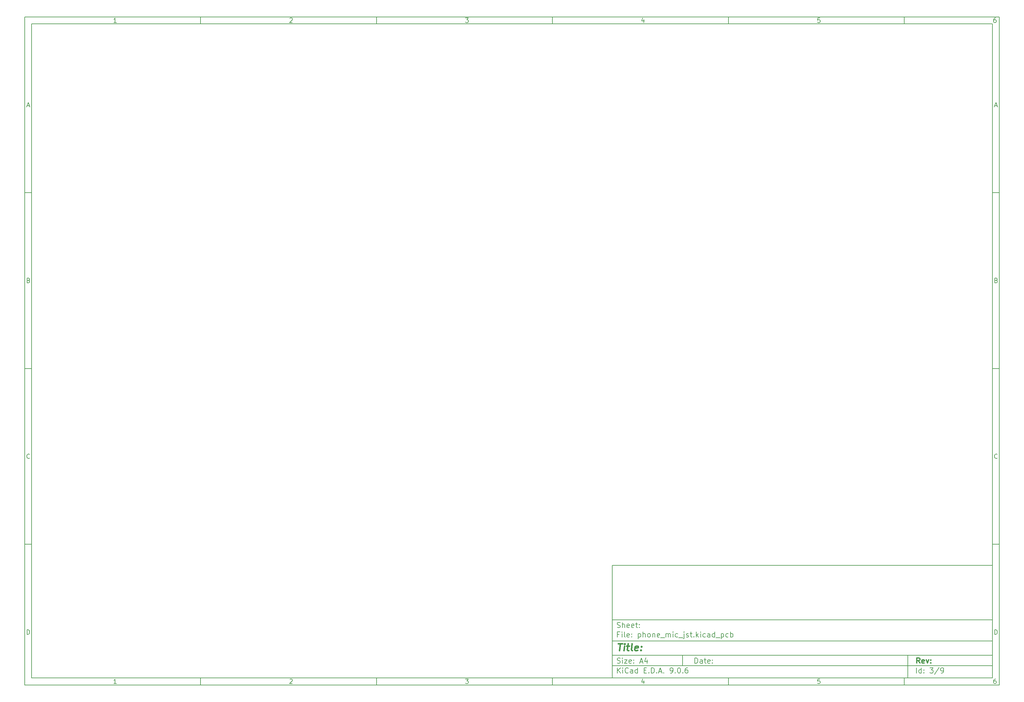
<source format=gtp>
%TF.GenerationSoftware,KiCad,Pcbnew,9.0.6-9.0.6~ubuntu24.04.1*%
%TF.CreationDate,2025-11-30T17:34:31+01:00*%
%TF.ProjectId,phone_mic_jst,70686f6e-655f-46d6-9963-5f6a73742e6b,rev?*%
%TF.SameCoordinates,Original*%
%TF.FileFunction,Paste,Top*%
%TF.FilePolarity,Positive*%
%FSLAX46Y46*%
G04 Gerber Fmt 4.6, Leading zero omitted, Abs format (unit mm)*
G04 Created by KiCad (PCBNEW 9.0.6-9.0.6~ubuntu24.04.1) date 2025-11-30 17:34:31*
%MOMM*%
%LPD*%
G01*
G04 APERTURE LIST*
%ADD10C,0.100000*%
%ADD11C,0.150000*%
%ADD12C,0.300000*%
%ADD13C,0.400000*%
G04 APERTURE END LIST*
D10*
D11*
X177002200Y-166007200D02*
X285002200Y-166007200D01*
X285002200Y-198007200D01*
X177002200Y-198007200D01*
X177002200Y-166007200D01*
D10*
D11*
X10000000Y-10000000D02*
X287002200Y-10000000D01*
X287002200Y-200007200D01*
X10000000Y-200007200D01*
X10000000Y-10000000D01*
D10*
D11*
X12000000Y-12000000D02*
X285002200Y-12000000D01*
X285002200Y-198007200D01*
X12000000Y-198007200D01*
X12000000Y-12000000D01*
D10*
D11*
X60000000Y-12000000D02*
X60000000Y-10000000D01*
D10*
D11*
X110000000Y-12000000D02*
X110000000Y-10000000D01*
D10*
D11*
X160000000Y-12000000D02*
X160000000Y-10000000D01*
D10*
D11*
X210000000Y-12000000D02*
X210000000Y-10000000D01*
D10*
D11*
X260000000Y-12000000D02*
X260000000Y-10000000D01*
D10*
D11*
X36089160Y-11593604D02*
X35346303Y-11593604D01*
X35717731Y-11593604D02*
X35717731Y-10293604D01*
X35717731Y-10293604D02*
X35593922Y-10479319D01*
X35593922Y-10479319D02*
X35470112Y-10603128D01*
X35470112Y-10603128D02*
X35346303Y-10665033D01*
D10*
D11*
X85346303Y-10417414D02*
X85408207Y-10355509D01*
X85408207Y-10355509D02*
X85532017Y-10293604D01*
X85532017Y-10293604D02*
X85841541Y-10293604D01*
X85841541Y-10293604D02*
X85965350Y-10355509D01*
X85965350Y-10355509D02*
X86027255Y-10417414D01*
X86027255Y-10417414D02*
X86089160Y-10541223D01*
X86089160Y-10541223D02*
X86089160Y-10665033D01*
X86089160Y-10665033D02*
X86027255Y-10850747D01*
X86027255Y-10850747D02*
X85284398Y-11593604D01*
X85284398Y-11593604D02*
X86089160Y-11593604D01*
D10*
D11*
X135284398Y-10293604D02*
X136089160Y-10293604D01*
X136089160Y-10293604D02*
X135655826Y-10788842D01*
X135655826Y-10788842D02*
X135841541Y-10788842D01*
X135841541Y-10788842D02*
X135965350Y-10850747D01*
X135965350Y-10850747D02*
X136027255Y-10912652D01*
X136027255Y-10912652D02*
X136089160Y-11036461D01*
X136089160Y-11036461D02*
X136089160Y-11345985D01*
X136089160Y-11345985D02*
X136027255Y-11469795D01*
X136027255Y-11469795D02*
X135965350Y-11531700D01*
X135965350Y-11531700D02*
X135841541Y-11593604D01*
X135841541Y-11593604D02*
X135470112Y-11593604D01*
X135470112Y-11593604D02*
X135346303Y-11531700D01*
X135346303Y-11531700D02*
X135284398Y-11469795D01*
D10*
D11*
X185965350Y-10726938D02*
X185965350Y-11593604D01*
X185655826Y-10231700D02*
X185346303Y-11160271D01*
X185346303Y-11160271D02*
X186151064Y-11160271D01*
D10*
D11*
X236027255Y-10293604D02*
X235408207Y-10293604D01*
X235408207Y-10293604D02*
X235346303Y-10912652D01*
X235346303Y-10912652D02*
X235408207Y-10850747D01*
X235408207Y-10850747D02*
X235532017Y-10788842D01*
X235532017Y-10788842D02*
X235841541Y-10788842D01*
X235841541Y-10788842D02*
X235965350Y-10850747D01*
X235965350Y-10850747D02*
X236027255Y-10912652D01*
X236027255Y-10912652D02*
X236089160Y-11036461D01*
X236089160Y-11036461D02*
X236089160Y-11345985D01*
X236089160Y-11345985D02*
X236027255Y-11469795D01*
X236027255Y-11469795D02*
X235965350Y-11531700D01*
X235965350Y-11531700D02*
X235841541Y-11593604D01*
X235841541Y-11593604D02*
X235532017Y-11593604D01*
X235532017Y-11593604D02*
X235408207Y-11531700D01*
X235408207Y-11531700D02*
X235346303Y-11469795D01*
D10*
D11*
X285965350Y-10293604D02*
X285717731Y-10293604D01*
X285717731Y-10293604D02*
X285593922Y-10355509D01*
X285593922Y-10355509D02*
X285532017Y-10417414D01*
X285532017Y-10417414D02*
X285408207Y-10603128D01*
X285408207Y-10603128D02*
X285346303Y-10850747D01*
X285346303Y-10850747D02*
X285346303Y-11345985D01*
X285346303Y-11345985D02*
X285408207Y-11469795D01*
X285408207Y-11469795D02*
X285470112Y-11531700D01*
X285470112Y-11531700D02*
X285593922Y-11593604D01*
X285593922Y-11593604D02*
X285841541Y-11593604D01*
X285841541Y-11593604D02*
X285965350Y-11531700D01*
X285965350Y-11531700D02*
X286027255Y-11469795D01*
X286027255Y-11469795D02*
X286089160Y-11345985D01*
X286089160Y-11345985D02*
X286089160Y-11036461D01*
X286089160Y-11036461D02*
X286027255Y-10912652D01*
X286027255Y-10912652D02*
X285965350Y-10850747D01*
X285965350Y-10850747D02*
X285841541Y-10788842D01*
X285841541Y-10788842D02*
X285593922Y-10788842D01*
X285593922Y-10788842D02*
X285470112Y-10850747D01*
X285470112Y-10850747D02*
X285408207Y-10912652D01*
X285408207Y-10912652D02*
X285346303Y-11036461D01*
D10*
D11*
X60000000Y-198007200D02*
X60000000Y-200007200D01*
D10*
D11*
X110000000Y-198007200D02*
X110000000Y-200007200D01*
D10*
D11*
X160000000Y-198007200D02*
X160000000Y-200007200D01*
D10*
D11*
X210000000Y-198007200D02*
X210000000Y-200007200D01*
D10*
D11*
X260000000Y-198007200D02*
X260000000Y-200007200D01*
D10*
D11*
X36089160Y-199600804D02*
X35346303Y-199600804D01*
X35717731Y-199600804D02*
X35717731Y-198300804D01*
X35717731Y-198300804D02*
X35593922Y-198486519D01*
X35593922Y-198486519D02*
X35470112Y-198610328D01*
X35470112Y-198610328D02*
X35346303Y-198672233D01*
D10*
D11*
X85346303Y-198424614D02*
X85408207Y-198362709D01*
X85408207Y-198362709D02*
X85532017Y-198300804D01*
X85532017Y-198300804D02*
X85841541Y-198300804D01*
X85841541Y-198300804D02*
X85965350Y-198362709D01*
X85965350Y-198362709D02*
X86027255Y-198424614D01*
X86027255Y-198424614D02*
X86089160Y-198548423D01*
X86089160Y-198548423D02*
X86089160Y-198672233D01*
X86089160Y-198672233D02*
X86027255Y-198857947D01*
X86027255Y-198857947D02*
X85284398Y-199600804D01*
X85284398Y-199600804D02*
X86089160Y-199600804D01*
D10*
D11*
X135284398Y-198300804D02*
X136089160Y-198300804D01*
X136089160Y-198300804D02*
X135655826Y-198796042D01*
X135655826Y-198796042D02*
X135841541Y-198796042D01*
X135841541Y-198796042D02*
X135965350Y-198857947D01*
X135965350Y-198857947D02*
X136027255Y-198919852D01*
X136027255Y-198919852D02*
X136089160Y-199043661D01*
X136089160Y-199043661D02*
X136089160Y-199353185D01*
X136089160Y-199353185D02*
X136027255Y-199476995D01*
X136027255Y-199476995D02*
X135965350Y-199538900D01*
X135965350Y-199538900D02*
X135841541Y-199600804D01*
X135841541Y-199600804D02*
X135470112Y-199600804D01*
X135470112Y-199600804D02*
X135346303Y-199538900D01*
X135346303Y-199538900D02*
X135284398Y-199476995D01*
D10*
D11*
X185965350Y-198734138D02*
X185965350Y-199600804D01*
X185655826Y-198238900D02*
X185346303Y-199167471D01*
X185346303Y-199167471D02*
X186151064Y-199167471D01*
D10*
D11*
X236027255Y-198300804D02*
X235408207Y-198300804D01*
X235408207Y-198300804D02*
X235346303Y-198919852D01*
X235346303Y-198919852D02*
X235408207Y-198857947D01*
X235408207Y-198857947D02*
X235532017Y-198796042D01*
X235532017Y-198796042D02*
X235841541Y-198796042D01*
X235841541Y-198796042D02*
X235965350Y-198857947D01*
X235965350Y-198857947D02*
X236027255Y-198919852D01*
X236027255Y-198919852D02*
X236089160Y-199043661D01*
X236089160Y-199043661D02*
X236089160Y-199353185D01*
X236089160Y-199353185D02*
X236027255Y-199476995D01*
X236027255Y-199476995D02*
X235965350Y-199538900D01*
X235965350Y-199538900D02*
X235841541Y-199600804D01*
X235841541Y-199600804D02*
X235532017Y-199600804D01*
X235532017Y-199600804D02*
X235408207Y-199538900D01*
X235408207Y-199538900D02*
X235346303Y-199476995D01*
D10*
D11*
X285965350Y-198300804D02*
X285717731Y-198300804D01*
X285717731Y-198300804D02*
X285593922Y-198362709D01*
X285593922Y-198362709D02*
X285532017Y-198424614D01*
X285532017Y-198424614D02*
X285408207Y-198610328D01*
X285408207Y-198610328D02*
X285346303Y-198857947D01*
X285346303Y-198857947D02*
X285346303Y-199353185D01*
X285346303Y-199353185D02*
X285408207Y-199476995D01*
X285408207Y-199476995D02*
X285470112Y-199538900D01*
X285470112Y-199538900D02*
X285593922Y-199600804D01*
X285593922Y-199600804D02*
X285841541Y-199600804D01*
X285841541Y-199600804D02*
X285965350Y-199538900D01*
X285965350Y-199538900D02*
X286027255Y-199476995D01*
X286027255Y-199476995D02*
X286089160Y-199353185D01*
X286089160Y-199353185D02*
X286089160Y-199043661D01*
X286089160Y-199043661D02*
X286027255Y-198919852D01*
X286027255Y-198919852D02*
X285965350Y-198857947D01*
X285965350Y-198857947D02*
X285841541Y-198796042D01*
X285841541Y-198796042D02*
X285593922Y-198796042D01*
X285593922Y-198796042D02*
X285470112Y-198857947D01*
X285470112Y-198857947D02*
X285408207Y-198919852D01*
X285408207Y-198919852D02*
X285346303Y-199043661D01*
D10*
D11*
X10000000Y-60000000D02*
X12000000Y-60000000D01*
D10*
D11*
X10000000Y-110000000D02*
X12000000Y-110000000D01*
D10*
D11*
X10000000Y-160000000D02*
X12000000Y-160000000D01*
D10*
D11*
X10690476Y-35222176D02*
X11309523Y-35222176D01*
X10566666Y-35593604D02*
X10999999Y-34293604D01*
X10999999Y-34293604D02*
X11433333Y-35593604D01*
D10*
D11*
X11092857Y-84912652D02*
X11278571Y-84974557D01*
X11278571Y-84974557D02*
X11340476Y-85036461D01*
X11340476Y-85036461D02*
X11402380Y-85160271D01*
X11402380Y-85160271D02*
X11402380Y-85345985D01*
X11402380Y-85345985D02*
X11340476Y-85469795D01*
X11340476Y-85469795D02*
X11278571Y-85531700D01*
X11278571Y-85531700D02*
X11154761Y-85593604D01*
X11154761Y-85593604D02*
X10659523Y-85593604D01*
X10659523Y-85593604D02*
X10659523Y-84293604D01*
X10659523Y-84293604D02*
X11092857Y-84293604D01*
X11092857Y-84293604D02*
X11216666Y-84355509D01*
X11216666Y-84355509D02*
X11278571Y-84417414D01*
X11278571Y-84417414D02*
X11340476Y-84541223D01*
X11340476Y-84541223D02*
X11340476Y-84665033D01*
X11340476Y-84665033D02*
X11278571Y-84788842D01*
X11278571Y-84788842D02*
X11216666Y-84850747D01*
X11216666Y-84850747D02*
X11092857Y-84912652D01*
X11092857Y-84912652D02*
X10659523Y-84912652D01*
D10*
D11*
X11402380Y-135469795D02*
X11340476Y-135531700D01*
X11340476Y-135531700D02*
X11154761Y-135593604D01*
X11154761Y-135593604D02*
X11030952Y-135593604D01*
X11030952Y-135593604D02*
X10845238Y-135531700D01*
X10845238Y-135531700D02*
X10721428Y-135407890D01*
X10721428Y-135407890D02*
X10659523Y-135284080D01*
X10659523Y-135284080D02*
X10597619Y-135036461D01*
X10597619Y-135036461D02*
X10597619Y-134850747D01*
X10597619Y-134850747D02*
X10659523Y-134603128D01*
X10659523Y-134603128D02*
X10721428Y-134479319D01*
X10721428Y-134479319D02*
X10845238Y-134355509D01*
X10845238Y-134355509D02*
X11030952Y-134293604D01*
X11030952Y-134293604D02*
X11154761Y-134293604D01*
X11154761Y-134293604D02*
X11340476Y-134355509D01*
X11340476Y-134355509D02*
X11402380Y-134417414D01*
D10*
D11*
X10659523Y-185593604D02*
X10659523Y-184293604D01*
X10659523Y-184293604D02*
X10969047Y-184293604D01*
X10969047Y-184293604D02*
X11154761Y-184355509D01*
X11154761Y-184355509D02*
X11278571Y-184479319D01*
X11278571Y-184479319D02*
X11340476Y-184603128D01*
X11340476Y-184603128D02*
X11402380Y-184850747D01*
X11402380Y-184850747D02*
X11402380Y-185036461D01*
X11402380Y-185036461D02*
X11340476Y-185284080D01*
X11340476Y-185284080D02*
X11278571Y-185407890D01*
X11278571Y-185407890D02*
X11154761Y-185531700D01*
X11154761Y-185531700D02*
X10969047Y-185593604D01*
X10969047Y-185593604D02*
X10659523Y-185593604D01*
D10*
D11*
X287002200Y-60000000D02*
X285002200Y-60000000D01*
D10*
D11*
X287002200Y-110000000D02*
X285002200Y-110000000D01*
D10*
D11*
X287002200Y-160000000D02*
X285002200Y-160000000D01*
D10*
D11*
X285692676Y-35222176D02*
X286311723Y-35222176D01*
X285568866Y-35593604D02*
X286002199Y-34293604D01*
X286002199Y-34293604D02*
X286435533Y-35593604D01*
D10*
D11*
X286095057Y-84912652D02*
X286280771Y-84974557D01*
X286280771Y-84974557D02*
X286342676Y-85036461D01*
X286342676Y-85036461D02*
X286404580Y-85160271D01*
X286404580Y-85160271D02*
X286404580Y-85345985D01*
X286404580Y-85345985D02*
X286342676Y-85469795D01*
X286342676Y-85469795D02*
X286280771Y-85531700D01*
X286280771Y-85531700D02*
X286156961Y-85593604D01*
X286156961Y-85593604D02*
X285661723Y-85593604D01*
X285661723Y-85593604D02*
X285661723Y-84293604D01*
X285661723Y-84293604D02*
X286095057Y-84293604D01*
X286095057Y-84293604D02*
X286218866Y-84355509D01*
X286218866Y-84355509D02*
X286280771Y-84417414D01*
X286280771Y-84417414D02*
X286342676Y-84541223D01*
X286342676Y-84541223D02*
X286342676Y-84665033D01*
X286342676Y-84665033D02*
X286280771Y-84788842D01*
X286280771Y-84788842D02*
X286218866Y-84850747D01*
X286218866Y-84850747D02*
X286095057Y-84912652D01*
X286095057Y-84912652D02*
X285661723Y-84912652D01*
D10*
D11*
X286404580Y-135469795D02*
X286342676Y-135531700D01*
X286342676Y-135531700D02*
X286156961Y-135593604D01*
X286156961Y-135593604D02*
X286033152Y-135593604D01*
X286033152Y-135593604D02*
X285847438Y-135531700D01*
X285847438Y-135531700D02*
X285723628Y-135407890D01*
X285723628Y-135407890D02*
X285661723Y-135284080D01*
X285661723Y-135284080D02*
X285599819Y-135036461D01*
X285599819Y-135036461D02*
X285599819Y-134850747D01*
X285599819Y-134850747D02*
X285661723Y-134603128D01*
X285661723Y-134603128D02*
X285723628Y-134479319D01*
X285723628Y-134479319D02*
X285847438Y-134355509D01*
X285847438Y-134355509D02*
X286033152Y-134293604D01*
X286033152Y-134293604D02*
X286156961Y-134293604D01*
X286156961Y-134293604D02*
X286342676Y-134355509D01*
X286342676Y-134355509D02*
X286404580Y-134417414D01*
D10*
D11*
X285661723Y-185593604D02*
X285661723Y-184293604D01*
X285661723Y-184293604D02*
X285971247Y-184293604D01*
X285971247Y-184293604D02*
X286156961Y-184355509D01*
X286156961Y-184355509D02*
X286280771Y-184479319D01*
X286280771Y-184479319D02*
X286342676Y-184603128D01*
X286342676Y-184603128D02*
X286404580Y-184850747D01*
X286404580Y-184850747D02*
X286404580Y-185036461D01*
X286404580Y-185036461D02*
X286342676Y-185284080D01*
X286342676Y-185284080D02*
X286280771Y-185407890D01*
X286280771Y-185407890D02*
X286156961Y-185531700D01*
X286156961Y-185531700D02*
X285971247Y-185593604D01*
X285971247Y-185593604D02*
X285661723Y-185593604D01*
D10*
D11*
X200458026Y-193793328D02*
X200458026Y-192293328D01*
X200458026Y-192293328D02*
X200815169Y-192293328D01*
X200815169Y-192293328D02*
X201029455Y-192364757D01*
X201029455Y-192364757D02*
X201172312Y-192507614D01*
X201172312Y-192507614D02*
X201243741Y-192650471D01*
X201243741Y-192650471D02*
X201315169Y-192936185D01*
X201315169Y-192936185D02*
X201315169Y-193150471D01*
X201315169Y-193150471D02*
X201243741Y-193436185D01*
X201243741Y-193436185D02*
X201172312Y-193579042D01*
X201172312Y-193579042D02*
X201029455Y-193721900D01*
X201029455Y-193721900D02*
X200815169Y-193793328D01*
X200815169Y-193793328D02*
X200458026Y-193793328D01*
X202600884Y-193793328D02*
X202600884Y-193007614D01*
X202600884Y-193007614D02*
X202529455Y-192864757D01*
X202529455Y-192864757D02*
X202386598Y-192793328D01*
X202386598Y-192793328D02*
X202100884Y-192793328D01*
X202100884Y-192793328D02*
X201958026Y-192864757D01*
X202600884Y-193721900D02*
X202458026Y-193793328D01*
X202458026Y-193793328D02*
X202100884Y-193793328D01*
X202100884Y-193793328D02*
X201958026Y-193721900D01*
X201958026Y-193721900D02*
X201886598Y-193579042D01*
X201886598Y-193579042D02*
X201886598Y-193436185D01*
X201886598Y-193436185D02*
X201958026Y-193293328D01*
X201958026Y-193293328D02*
X202100884Y-193221900D01*
X202100884Y-193221900D02*
X202458026Y-193221900D01*
X202458026Y-193221900D02*
X202600884Y-193150471D01*
X203100884Y-192793328D02*
X203672312Y-192793328D01*
X203315169Y-192293328D02*
X203315169Y-193579042D01*
X203315169Y-193579042D02*
X203386598Y-193721900D01*
X203386598Y-193721900D02*
X203529455Y-193793328D01*
X203529455Y-193793328D02*
X203672312Y-193793328D01*
X204743741Y-193721900D02*
X204600884Y-193793328D01*
X204600884Y-193793328D02*
X204315170Y-193793328D01*
X204315170Y-193793328D02*
X204172312Y-193721900D01*
X204172312Y-193721900D02*
X204100884Y-193579042D01*
X204100884Y-193579042D02*
X204100884Y-193007614D01*
X204100884Y-193007614D02*
X204172312Y-192864757D01*
X204172312Y-192864757D02*
X204315170Y-192793328D01*
X204315170Y-192793328D02*
X204600884Y-192793328D01*
X204600884Y-192793328D02*
X204743741Y-192864757D01*
X204743741Y-192864757D02*
X204815170Y-193007614D01*
X204815170Y-193007614D02*
X204815170Y-193150471D01*
X204815170Y-193150471D02*
X204100884Y-193293328D01*
X205458026Y-193650471D02*
X205529455Y-193721900D01*
X205529455Y-193721900D02*
X205458026Y-193793328D01*
X205458026Y-193793328D02*
X205386598Y-193721900D01*
X205386598Y-193721900D02*
X205458026Y-193650471D01*
X205458026Y-193650471D02*
X205458026Y-193793328D01*
X205458026Y-192864757D02*
X205529455Y-192936185D01*
X205529455Y-192936185D02*
X205458026Y-193007614D01*
X205458026Y-193007614D02*
X205386598Y-192936185D01*
X205386598Y-192936185D02*
X205458026Y-192864757D01*
X205458026Y-192864757D02*
X205458026Y-193007614D01*
D10*
D11*
X177002200Y-194507200D02*
X285002200Y-194507200D01*
D10*
D11*
X178458026Y-196593328D02*
X178458026Y-195093328D01*
X179315169Y-196593328D02*
X178672312Y-195736185D01*
X179315169Y-195093328D02*
X178458026Y-195950471D01*
X179958026Y-196593328D02*
X179958026Y-195593328D01*
X179958026Y-195093328D02*
X179886598Y-195164757D01*
X179886598Y-195164757D02*
X179958026Y-195236185D01*
X179958026Y-195236185D02*
X180029455Y-195164757D01*
X180029455Y-195164757D02*
X179958026Y-195093328D01*
X179958026Y-195093328D02*
X179958026Y-195236185D01*
X181529455Y-196450471D02*
X181458027Y-196521900D01*
X181458027Y-196521900D02*
X181243741Y-196593328D01*
X181243741Y-196593328D02*
X181100884Y-196593328D01*
X181100884Y-196593328D02*
X180886598Y-196521900D01*
X180886598Y-196521900D02*
X180743741Y-196379042D01*
X180743741Y-196379042D02*
X180672312Y-196236185D01*
X180672312Y-196236185D02*
X180600884Y-195950471D01*
X180600884Y-195950471D02*
X180600884Y-195736185D01*
X180600884Y-195736185D02*
X180672312Y-195450471D01*
X180672312Y-195450471D02*
X180743741Y-195307614D01*
X180743741Y-195307614D02*
X180886598Y-195164757D01*
X180886598Y-195164757D02*
X181100884Y-195093328D01*
X181100884Y-195093328D02*
X181243741Y-195093328D01*
X181243741Y-195093328D02*
X181458027Y-195164757D01*
X181458027Y-195164757D02*
X181529455Y-195236185D01*
X182815170Y-196593328D02*
X182815170Y-195807614D01*
X182815170Y-195807614D02*
X182743741Y-195664757D01*
X182743741Y-195664757D02*
X182600884Y-195593328D01*
X182600884Y-195593328D02*
X182315170Y-195593328D01*
X182315170Y-195593328D02*
X182172312Y-195664757D01*
X182815170Y-196521900D02*
X182672312Y-196593328D01*
X182672312Y-196593328D02*
X182315170Y-196593328D01*
X182315170Y-196593328D02*
X182172312Y-196521900D01*
X182172312Y-196521900D02*
X182100884Y-196379042D01*
X182100884Y-196379042D02*
X182100884Y-196236185D01*
X182100884Y-196236185D02*
X182172312Y-196093328D01*
X182172312Y-196093328D02*
X182315170Y-196021900D01*
X182315170Y-196021900D02*
X182672312Y-196021900D01*
X182672312Y-196021900D02*
X182815170Y-195950471D01*
X184172313Y-196593328D02*
X184172313Y-195093328D01*
X184172313Y-196521900D02*
X184029455Y-196593328D01*
X184029455Y-196593328D02*
X183743741Y-196593328D01*
X183743741Y-196593328D02*
X183600884Y-196521900D01*
X183600884Y-196521900D02*
X183529455Y-196450471D01*
X183529455Y-196450471D02*
X183458027Y-196307614D01*
X183458027Y-196307614D02*
X183458027Y-195879042D01*
X183458027Y-195879042D02*
X183529455Y-195736185D01*
X183529455Y-195736185D02*
X183600884Y-195664757D01*
X183600884Y-195664757D02*
X183743741Y-195593328D01*
X183743741Y-195593328D02*
X184029455Y-195593328D01*
X184029455Y-195593328D02*
X184172313Y-195664757D01*
X186029455Y-195807614D02*
X186529455Y-195807614D01*
X186743741Y-196593328D02*
X186029455Y-196593328D01*
X186029455Y-196593328D02*
X186029455Y-195093328D01*
X186029455Y-195093328D02*
X186743741Y-195093328D01*
X187386598Y-196450471D02*
X187458027Y-196521900D01*
X187458027Y-196521900D02*
X187386598Y-196593328D01*
X187386598Y-196593328D02*
X187315170Y-196521900D01*
X187315170Y-196521900D02*
X187386598Y-196450471D01*
X187386598Y-196450471D02*
X187386598Y-196593328D01*
X188100884Y-196593328D02*
X188100884Y-195093328D01*
X188100884Y-195093328D02*
X188458027Y-195093328D01*
X188458027Y-195093328D02*
X188672313Y-195164757D01*
X188672313Y-195164757D02*
X188815170Y-195307614D01*
X188815170Y-195307614D02*
X188886599Y-195450471D01*
X188886599Y-195450471D02*
X188958027Y-195736185D01*
X188958027Y-195736185D02*
X188958027Y-195950471D01*
X188958027Y-195950471D02*
X188886599Y-196236185D01*
X188886599Y-196236185D02*
X188815170Y-196379042D01*
X188815170Y-196379042D02*
X188672313Y-196521900D01*
X188672313Y-196521900D02*
X188458027Y-196593328D01*
X188458027Y-196593328D02*
X188100884Y-196593328D01*
X189600884Y-196450471D02*
X189672313Y-196521900D01*
X189672313Y-196521900D02*
X189600884Y-196593328D01*
X189600884Y-196593328D02*
X189529456Y-196521900D01*
X189529456Y-196521900D02*
X189600884Y-196450471D01*
X189600884Y-196450471D02*
X189600884Y-196593328D01*
X190243742Y-196164757D02*
X190958028Y-196164757D01*
X190100885Y-196593328D02*
X190600885Y-195093328D01*
X190600885Y-195093328D02*
X191100885Y-196593328D01*
X191600884Y-196450471D02*
X191672313Y-196521900D01*
X191672313Y-196521900D02*
X191600884Y-196593328D01*
X191600884Y-196593328D02*
X191529456Y-196521900D01*
X191529456Y-196521900D02*
X191600884Y-196450471D01*
X191600884Y-196450471D02*
X191600884Y-196593328D01*
X193529456Y-196593328D02*
X193815170Y-196593328D01*
X193815170Y-196593328D02*
X193958027Y-196521900D01*
X193958027Y-196521900D02*
X194029456Y-196450471D01*
X194029456Y-196450471D02*
X194172313Y-196236185D01*
X194172313Y-196236185D02*
X194243742Y-195950471D01*
X194243742Y-195950471D02*
X194243742Y-195379042D01*
X194243742Y-195379042D02*
X194172313Y-195236185D01*
X194172313Y-195236185D02*
X194100885Y-195164757D01*
X194100885Y-195164757D02*
X193958027Y-195093328D01*
X193958027Y-195093328D02*
X193672313Y-195093328D01*
X193672313Y-195093328D02*
X193529456Y-195164757D01*
X193529456Y-195164757D02*
X193458027Y-195236185D01*
X193458027Y-195236185D02*
X193386599Y-195379042D01*
X193386599Y-195379042D02*
X193386599Y-195736185D01*
X193386599Y-195736185D02*
X193458027Y-195879042D01*
X193458027Y-195879042D02*
X193529456Y-195950471D01*
X193529456Y-195950471D02*
X193672313Y-196021900D01*
X193672313Y-196021900D02*
X193958027Y-196021900D01*
X193958027Y-196021900D02*
X194100885Y-195950471D01*
X194100885Y-195950471D02*
X194172313Y-195879042D01*
X194172313Y-195879042D02*
X194243742Y-195736185D01*
X194886598Y-196450471D02*
X194958027Y-196521900D01*
X194958027Y-196521900D02*
X194886598Y-196593328D01*
X194886598Y-196593328D02*
X194815170Y-196521900D01*
X194815170Y-196521900D02*
X194886598Y-196450471D01*
X194886598Y-196450471D02*
X194886598Y-196593328D01*
X195886599Y-195093328D02*
X196029456Y-195093328D01*
X196029456Y-195093328D02*
X196172313Y-195164757D01*
X196172313Y-195164757D02*
X196243742Y-195236185D01*
X196243742Y-195236185D02*
X196315170Y-195379042D01*
X196315170Y-195379042D02*
X196386599Y-195664757D01*
X196386599Y-195664757D02*
X196386599Y-196021900D01*
X196386599Y-196021900D02*
X196315170Y-196307614D01*
X196315170Y-196307614D02*
X196243742Y-196450471D01*
X196243742Y-196450471D02*
X196172313Y-196521900D01*
X196172313Y-196521900D02*
X196029456Y-196593328D01*
X196029456Y-196593328D02*
X195886599Y-196593328D01*
X195886599Y-196593328D02*
X195743742Y-196521900D01*
X195743742Y-196521900D02*
X195672313Y-196450471D01*
X195672313Y-196450471D02*
X195600884Y-196307614D01*
X195600884Y-196307614D02*
X195529456Y-196021900D01*
X195529456Y-196021900D02*
X195529456Y-195664757D01*
X195529456Y-195664757D02*
X195600884Y-195379042D01*
X195600884Y-195379042D02*
X195672313Y-195236185D01*
X195672313Y-195236185D02*
X195743742Y-195164757D01*
X195743742Y-195164757D02*
X195886599Y-195093328D01*
X197029455Y-196450471D02*
X197100884Y-196521900D01*
X197100884Y-196521900D02*
X197029455Y-196593328D01*
X197029455Y-196593328D02*
X196958027Y-196521900D01*
X196958027Y-196521900D02*
X197029455Y-196450471D01*
X197029455Y-196450471D02*
X197029455Y-196593328D01*
X198386599Y-195093328D02*
X198100884Y-195093328D01*
X198100884Y-195093328D02*
X197958027Y-195164757D01*
X197958027Y-195164757D02*
X197886599Y-195236185D01*
X197886599Y-195236185D02*
X197743741Y-195450471D01*
X197743741Y-195450471D02*
X197672313Y-195736185D01*
X197672313Y-195736185D02*
X197672313Y-196307614D01*
X197672313Y-196307614D02*
X197743741Y-196450471D01*
X197743741Y-196450471D02*
X197815170Y-196521900D01*
X197815170Y-196521900D02*
X197958027Y-196593328D01*
X197958027Y-196593328D02*
X198243741Y-196593328D01*
X198243741Y-196593328D02*
X198386599Y-196521900D01*
X198386599Y-196521900D02*
X198458027Y-196450471D01*
X198458027Y-196450471D02*
X198529456Y-196307614D01*
X198529456Y-196307614D02*
X198529456Y-195950471D01*
X198529456Y-195950471D02*
X198458027Y-195807614D01*
X198458027Y-195807614D02*
X198386599Y-195736185D01*
X198386599Y-195736185D02*
X198243741Y-195664757D01*
X198243741Y-195664757D02*
X197958027Y-195664757D01*
X197958027Y-195664757D02*
X197815170Y-195736185D01*
X197815170Y-195736185D02*
X197743741Y-195807614D01*
X197743741Y-195807614D02*
X197672313Y-195950471D01*
D10*
D11*
X177002200Y-191507200D02*
X285002200Y-191507200D01*
D10*
D12*
X264413853Y-193785528D02*
X263913853Y-193071242D01*
X263556710Y-193785528D02*
X263556710Y-192285528D01*
X263556710Y-192285528D02*
X264128139Y-192285528D01*
X264128139Y-192285528D02*
X264270996Y-192356957D01*
X264270996Y-192356957D02*
X264342425Y-192428385D01*
X264342425Y-192428385D02*
X264413853Y-192571242D01*
X264413853Y-192571242D02*
X264413853Y-192785528D01*
X264413853Y-192785528D02*
X264342425Y-192928385D01*
X264342425Y-192928385D02*
X264270996Y-192999814D01*
X264270996Y-192999814D02*
X264128139Y-193071242D01*
X264128139Y-193071242D02*
X263556710Y-193071242D01*
X265628139Y-193714100D02*
X265485282Y-193785528D01*
X265485282Y-193785528D02*
X265199568Y-193785528D01*
X265199568Y-193785528D02*
X265056710Y-193714100D01*
X265056710Y-193714100D02*
X264985282Y-193571242D01*
X264985282Y-193571242D02*
X264985282Y-192999814D01*
X264985282Y-192999814D02*
X265056710Y-192856957D01*
X265056710Y-192856957D02*
X265199568Y-192785528D01*
X265199568Y-192785528D02*
X265485282Y-192785528D01*
X265485282Y-192785528D02*
X265628139Y-192856957D01*
X265628139Y-192856957D02*
X265699568Y-192999814D01*
X265699568Y-192999814D02*
X265699568Y-193142671D01*
X265699568Y-193142671D02*
X264985282Y-193285528D01*
X266199567Y-192785528D02*
X266556710Y-193785528D01*
X266556710Y-193785528D02*
X266913853Y-192785528D01*
X267485281Y-193642671D02*
X267556710Y-193714100D01*
X267556710Y-193714100D02*
X267485281Y-193785528D01*
X267485281Y-193785528D02*
X267413853Y-193714100D01*
X267413853Y-193714100D02*
X267485281Y-193642671D01*
X267485281Y-193642671D02*
X267485281Y-193785528D01*
X267485281Y-192856957D02*
X267556710Y-192928385D01*
X267556710Y-192928385D02*
X267485281Y-192999814D01*
X267485281Y-192999814D02*
X267413853Y-192928385D01*
X267413853Y-192928385D02*
X267485281Y-192856957D01*
X267485281Y-192856957D02*
X267485281Y-192999814D01*
D10*
D11*
X178386598Y-193721900D02*
X178600884Y-193793328D01*
X178600884Y-193793328D02*
X178958026Y-193793328D01*
X178958026Y-193793328D02*
X179100884Y-193721900D01*
X179100884Y-193721900D02*
X179172312Y-193650471D01*
X179172312Y-193650471D02*
X179243741Y-193507614D01*
X179243741Y-193507614D02*
X179243741Y-193364757D01*
X179243741Y-193364757D02*
X179172312Y-193221900D01*
X179172312Y-193221900D02*
X179100884Y-193150471D01*
X179100884Y-193150471D02*
X178958026Y-193079042D01*
X178958026Y-193079042D02*
X178672312Y-193007614D01*
X178672312Y-193007614D02*
X178529455Y-192936185D01*
X178529455Y-192936185D02*
X178458026Y-192864757D01*
X178458026Y-192864757D02*
X178386598Y-192721900D01*
X178386598Y-192721900D02*
X178386598Y-192579042D01*
X178386598Y-192579042D02*
X178458026Y-192436185D01*
X178458026Y-192436185D02*
X178529455Y-192364757D01*
X178529455Y-192364757D02*
X178672312Y-192293328D01*
X178672312Y-192293328D02*
X179029455Y-192293328D01*
X179029455Y-192293328D02*
X179243741Y-192364757D01*
X179886597Y-193793328D02*
X179886597Y-192793328D01*
X179886597Y-192293328D02*
X179815169Y-192364757D01*
X179815169Y-192364757D02*
X179886597Y-192436185D01*
X179886597Y-192436185D02*
X179958026Y-192364757D01*
X179958026Y-192364757D02*
X179886597Y-192293328D01*
X179886597Y-192293328D02*
X179886597Y-192436185D01*
X180458026Y-192793328D02*
X181243741Y-192793328D01*
X181243741Y-192793328D02*
X180458026Y-193793328D01*
X180458026Y-193793328D02*
X181243741Y-193793328D01*
X182386598Y-193721900D02*
X182243741Y-193793328D01*
X182243741Y-193793328D02*
X181958027Y-193793328D01*
X181958027Y-193793328D02*
X181815169Y-193721900D01*
X181815169Y-193721900D02*
X181743741Y-193579042D01*
X181743741Y-193579042D02*
X181743741Y-193007614D01*
X181743741Y-193007614D02*
X181815169Y-192864757D01*
X181815169Y-192864757D02*
X181958027Y-192793328D01*
X181958027Y-192793328D02*
X182243741Y-192793328D01*
X182243741Y-192793328D02*
X182386598Y-192864757D01*
X182386598Y-192864757D02*
X182458027Y-193007614D01*
X182458027Y-193007614D02*
X182458027Y-193150471D01*
X182458027Y-193150471D02*
X181743741Y-193293328D01*
X183100883Y-193650471D02*
X183172312Y-193721900D01*
X183172312Y-193721900D02*
X183100883Y-193793328D01*
X183100883Y-193793328D02*
X183029455Y-193721900D01*
X183029455Y-193721900D02*
X183100883Y-193650471D01*
X183100883Y-193650471D02*
X183100883Y-193793328D01*
X183100883Y-192864757D02*
X183172312Y-192936185D01*
X183172312Y-192936185D02*
X183100883Y-193007614D01*
X183100883Y-193007614D02*
X183029455Y-192936185D01*
X183029455Y-192936185D02*
X183100883Y-192864757D01*
X183100883Y-192864757D02*
X183100883Y-193007614D01*
X184886598Y-193364757D02*
X185600884Y-193364757D01*
X184743741Y-193793328D02*
X185243741Y-192293328D01*
X185243741Y-192293328D02*
X185743741Y-193793328D01*
X186886598Y-192793328D02*
X186886598Y-193793328D01*
X186529455Y-192221900D02*
X186172312Y-193293328D01*
X186172312Y-193293328D02*
X187100883Y-193293328D01*
D10*
D11*
X263458026Y-196593328D02*
X263458026Y-195093328D01*
X264815170Y-196593328D02*
X264815170Y-195093328D01*
X264815170Y-196521900D02*
X264672312Y-196593328D01*
X264672312Y-196593328D02*
X264386598Y-196593328D01*
X264386598Y-196593328D02*
X264243741Y-196521900D01*
X264243741Y-196521900D02*
X264172312Y-196450471D01*
X264172312Y-196450471D02*
X264100884Y-196307614D01*
X264100884Y-196307614D02*
X264100884Y-195879042D01*
X264100884Y-195879042D02*
X264172312Y-195736185D01*
X264172312Y-195736185D02*
X264243741Y-195664757D01*
X264243741Y-195664757D02*
X264386598Y-195593328D01*
X264386598Y-195593328D02*
X264672312Y-195593328D01*
X264672312Y-195593328D02*
X264815170Y-195664757D01*
X265529455Y-196450471D02*
X265600884Y-196521900D01*
X265600884Y-196521900D02*
X265529455Y-196593328D01*
X265529455Y-196593328D02*
X265458027Y-196521900D01*
X265458027Y-196521900D02*
X265529455Y-196450471D01*
X265529455Y-196450471D02*
X265529455Y-196593328D01*
X265529455Y-195664757D02*
X265600884Y-195736185D01*
X265600884Y-195736185D02*
X265529455Y-195807614D01*
X265529455Y-195807614D02*
X265458027Y-195736185D01*
X265458027Y-195736185D02*
X265529455Y-195664757D01*
X265529455Y-195664757D02*
X265529455Y-195807614D01*
X267243741Y-195093328D02*
X268172313Y-195093328D01*
X268172313Y-195093328D02*
X267672313Y-195664757D01*
X267672313Y-195664757D02*
X267886598Y-195664757D01*
X267886598Y-195664757D02*
X268029456Y-195736185D01*
X268029456Y-195736185D02*
X268100884Y-195807614D01*
X268100884Y-195807614D02*
X268172313Y-195950471D01*
X268172313Y-195950471D02*
X268172313Y-196307614D01*
X268172313Y-196307614D02*
X268100884Y-196450471D01*
X268100884Y-196450471D02*
X268029456Y-196521900D01*
X268029456Y-196521900D02*
X267886598Y-196593328D01*
X267886598Y-196593328D02*
X267458027Y-196593328D01*
X267458027Y-196593328D02*
X267315170Y-196521900D01*
X267315170Y-196521900D02*
X267243741Y-196450471D01*
X269886598Y-195021900D02*
X268600884Y-196950471D01*
X270458027Y-196593328D02*
X270743741Y-196593328D01*
X270743741Y-196593328D02*
X270886598Y-196521900D01*
X270886598Y-196521900D02*
X270958027Y-196450471D01*
X270958027Y-196450471D02*
X271100884Y-196236185D01*
X271100884Y-196236185D02*
X271172313Y-195950471D01*
X271172313Y-195950471D02*
X271172313Y-195379042D01*
X271172313Y-195379042D02*
X271100884Y-195236185D01*
X271100884Y-195236185D02*
X271029456Y-195164757D01*
X271029456Y-195164757D02*
X270886598Y-195093328D01*
X270886598Y-195093328D02*
X270600884Y-195093328D01*
X270600884Y-195093328D02*
X270458027Y-195164757D01*
X270458027Y-195164757D02*
X270386598Y-195236185D01*
X270386598Y-195236185D02*
X270315170Y-195379042D01*
X270315170Y-195379042D02*
X270315170Y-195736185D01*
X270315170Y-195736185D02*
X270386598Y-195879042D01*
X270386598Y-195879042D02*
X270458027Y-195950471D01*
X270458027Y-195950471D02*
X270600884Y-196021900D01*
X270600884Y-196021900D02*
X270886598Y-196021900D01*
X270886598Y-196021900D02*
X271029456Y-195950471D01*
X271029456Y-195950471D02*
X271100884Y-195879042D01*
X271100884Y-195879042D02*
X271172313Y-195736185D01*
D10*
D11*
X177002200Y-187507200D02*
X285002200Y-187507200D01*
D10*
D13*
X178693928Y-188211638D02*
X179836785Y-188211638D01*
X179015357Y-190211638D02*
X179265357Y-188211638D01*
X180253452Y-190211638D02*
X180420119Y-188878304D01*
X180503452Y-188211638D02*
X180396309Y-188306876D01*
X180396309Y-188306876D02*
X180479643Y-188402114D01*
X180479643Y-188402114D02*
X180586786Y-188306876D01*
X180586786Y-188306876D02*
X180503452Y-188211638D01*
X180503452Y-188211638D02*
X180479643Y-188402114D01*
X181086786Y-188878304D02*
X181848690Y-188878304D01*
X181455833Y-188211638D02*
X181241548Y-189925923D01*
X181241548Y-189925923D02*
X181312976Y-190116400D01*
X181312976Y-190116400D02*
X181491548Y-190211638D01*
X181491548Y-190211638D02*
X181682024Y-190211638D01*
X182634405Y-190211638D02*
X182455833Y-190116400D01*
X182455833Y-190116400D02*
X182384405Y-189925923D01*
X182384405Y-189925923D02*
X182598690Y-188211638D01*
X184170119Y-190116400D02*
X183967738Y-190211638D01*
X183967738Y-190211638D02*
X183586785Y-190211638D01*
X183586785Y-190211638D02*
X183408214Y-190116400D01*
X183408214Y-190116400D02*
X183336785Y-189925923D01*
X183336785Y-189925923D02*
X183432024Y-189164019D01*
X183432024Y-189164019D02*
X183551071Y-188973542D01*
X183551071Y-188973542D02*
X183753452Y-188878304D01*
X183753452Y-188878304D02*
X184134404Y-188878304D01*
X184134404Y-188878304D02*
X184312976Y-188973542D01*
X184312976Y-188973542D02*
X184384404Y-189164019D01*
X184384404Y-189164019D02*
X184360595Y-189354495D01*
X184360595Y-189354495D02*
X183384404Y-189544971D01*
X185134405Y-190021161D02*
X185217738Y-190116400D01*
X185217738Y-190116400D02*
X185110595Y-190211638D01*
X185110595Y-190211638D02*
X185027262Y-190116400D01*
X185027262Y-190116400D02*
X185134405Y-190021161D01*
X185134405Y-190021161D02*
X185110595Y-190211638D01*
X185265357Y-188973542D02*
X185348690Y-189068780D01*
X185348690Y-189068780D02*
X185241548Y-189164019D01*
X185241548Y-189164019D02*
X185158214Y-189068780D01*
X185158214Y-189068780D02*
X185265357Y-188973542D01*
X185265357Y-188973542D02*
X185241548Y-189164019D01*
D10*
D11*
X178958026Y-185607614D02*
X178458026Y-185607614D01*
X178458026Y-186393328D02*
X178458026Y-184893328D01*
X178458026Y-184893328D02*
X179172312Y-184893328D01*
X179743740Y-186393328D02*
X179743740Y-185393328D01*
X179743740Y-184893328D02*
X179672312Y-184964757D01*
X179672312Y-184964757D02*
X179743740Y-185036185D01*
X179743740Y-185036185D02*
X179815169Y-184964757D01*
X179815169Y-184964757D02*
X179743740Y-184893328D01*
X179743740Y-184893328D02*
X179743740Y-185036185D01*
X180672312Y-186393328D02*
X180529455Y-186321900D01*
X180529455Y-186321900D02*
X180458026Y-186179042D01*
X180458026Y-186179042D02*
X180458026Y-184893328D01*
X181815169Y-186321900D02*
X181672312Y-186393328D01*
X181672312Y-186393328D02*
X181386598Y-186393328D01*
X181386598Y-186393328D02*
X181243740Y-186321900D01*
X181243740Y-186321900D02*
X181172312Y-186179042D01*
X181172312Y-186179042D02*
X181172312Y-185607614D01*
X181172312Y-185607614D02*
X181243740Y-185464757D01*
X181243740Y-185464757D02*
X181386598Y-185393328D01*
X181386598Y-185393328D02*
X181672312Y-185393328D01*
X181672312Y-185393328D02*
X181815169Y-185464757D01*
X181815169Y-185464757D02*
X181886598Y-185607614D01*
X181886598Y-185607614D02*
X181886598Y-185750471D01*
X181886598Y-185750471D02*
X181172312Y-185893328D01*
X182529454Y-186250471D02*
X182600883Y-186321900D01*
X182600883Y-186321900D02*
X182529454Y-186393328D01*
X182529454Y-186393328D02*
X182458026Y-186321900D01*
X182458026Y-186321900D02*
X182529454Y-186250471D01*
X182529454Y-186250471D02*
X182529454Y-186393328D01*
X182529454Y-185464757D02*
X182600883Y-185536185D01*
X182600883Y-185536185D02*
X182529454Y-185607614D01*
X182529454Y-185607614D02*
X182458026Y-185536185D01*
X182458026Y-185536185D02*
X182529454Y-185464757D01*
X182529454Y-185464757D02*
X182529454Y-185607614D01*
X184386597Y-185393328D02*
X184386597Y-186893328D01*
X184386597Y-185464757D02*
X184529455Y-185393328D01*
X184529455Y-185393328D02*
X184815169Y-185393328D01*
X184815169Y-185393328D02*
X184958026Y-185464757D01*
X184958026Y-185464757D02*
X185029455Y-185536185D01*
X185029455Y-185536185D02*
X185100883Y-185679042D01*
X185100883Y-185679042D02*
X185100883Y-186107614D01*
X185100883Y-186107614D02*
X185029455Y-186250471D01*
X185029455Y-186250471D02*
X184958026Y-186321900D01*
X184958026Y-186321900D02*
X184815169Y-186393328D01*
X184815169Y-186393328D02*
X184529455Y-186393328D01*
X184529455Y-186393328D02*
X184386597Y-186321900D01*
X185743740Y-186393328D02*
X185743740Y-184893328D01*
X186386598Y-186393328D02*
X186386598Y-185607614D01*
X186386598Y-185607614D02*
X186315169Y-185464757D01*
X186315169Y-185464757D02*
X186172312Y-185393328D01*
X186172312Y-185393328D02*
X185958026Y-185393328D01*
X185958026Y-185393328D02*
X185815169Y-185464757D01*
X185815169Y-185464757D02*
X185743740Y-185536185D01*
X187315169Y-186393328D02*
X187172312Y-186321900D01*
X187172312Y-186321900D02*
X187100883Y-186250471D01*
X187100883Y-186250471D02*
X187029455Y-186107614D01*
X187029455Y-186107614D02*
X187029455Y-185679042D01*
X187029455Y-185679042D02*
X187100883Y-185536185D01*
X187100883Y-185536185D02*
X187172312Y-185464757D01*
X187172312Y-185464757D02*
X187315169Y-185393328D01*
X187315169Y-185393328D02*
X187529455Y-185393328D01*
X187529455Y-185393328D02*
X187672312Y-185464757D01*
X187672312Y-185464757D02*
X187743741Y-185536185D01*
X187743741Y-185536185D02*
X187815169Y-185679042D01*
X187815169Y-185679042D02*
X187815169Y-186107614D01*
X187815169Y-186107614D02*
X187743741Y-186250471D01*
X187743741Y-186250471D02*
X187672312Y-186321900D01*
X187672312Y-186321900D02*
X187529455Y-186393328D01*
X187529455Y-186393328D02*
X187315169Y-186393328D01*
X188458026Y-185393328D02*
X188458026Y-186393328D01*
X188458026Y-185536185D02*
X188529455Y-185464757D01*
X188529455Y-185464757D02*
X188672312Y-185393328D01*
X188672312Y-185393328D02*
X188886598Y-185393328D01*
X188886598Y-185393328D02*
X189029455Y-185464757D01*
X189029455Y-185464757D02*
X189100884Y-185607614D01*
X189100884Y-185607614D02*
X189100884Y-186393328D01*
X190386598Y-186321900D02*
X190243741Y-186393328D01*
X190243741Y-186393328D02*
X189958027Y-186393328D01*
X189958027Y-186393328D02*
X189815169Y-186321900D01*
X189815169Y-186321900D02*
X189743741Y-186179042D01*
X189743741Y-186179042D02*
X189743741Y-185607614D01*
X189743741Y-185607614D02*
X189815169Y-185464757D01*
X189815169Y-185464757D02*
X189958027Y-185393328D01*
X189958027Y-185393328D02*
X190243741Y-185393328D01*
X190243741Y-185393328D02*
X190386598Y-185464757D01*
X190386598Y-185464757D02*
X190458027Y-185607614D01*
X190458027Y-185607614D02*
X190458027Y-185750471D01*
X190458027Y-185750471D02*
X189743741Y-185893328D01*
X190743741Y-186536185D02*
X191886598Y-186536185D01*
X192243740Y-186393328D02*
X192243740Y-185393328D01*
X192243740Y-185536185D02*
X192315169Y-185464757D01*
X192315169Y-185464757D02*
X192458026Y-185393328D01*
X192458026Y-185393328D02*
X192672312Y-185393328D01*
X192672312Y-185393328D02*
X192815169Y-185464757D01*
X192815169Y-185464757D02*
X192886598Y-185607614D01*
X192886598Y-185607614D02*
X192886598Y-186393328D01*
X192886598Y-185607614D02*
X192958026Y-185464757D01*
X192958026Y-185464757D02*
X193100883Y-185393328D01*
X193100883Y-185393328D02*
X193315169Y-185393328D01*
X193315169Y-185393328D02*
X193458026Y-185464757D01*
X193458026Y-185464757D02*
X193529455Y-185607614D01*
X193529455Y-185607614D02*
X193529455Y-186393328D01*
X194243740Y-186393328D02*
X194243740Y-185393328D01*
X194243740Y-184893328D02*
X194172312Y-184964757D01*
X194172312Y-184964757D02*
X194243740Y-185036185D01*
X194243740Y-185036185D02*
X194315169Y-184964757D01*
X194315169Y-184964757D02*
X194243740Y-184893328D01*
X194243740Y-184893328D02*
X194243740Y-185036185D01*
X195600884Y-186321900D02*
X195458026Y-186393328D01*
X195458026Y-186393328D02*
X195172312Y-186393328D01*
X195172312Y-186393328D02*
X195029455Y-186321900D01*
X195029455Y-186321900D02*
X194958026Y-186250471D01*
X194958026Y-186250471D02*
X194886598Y-186107614D01*
X194886598Y-186107614D02*
X194886598Y-185679042D01*
X194886598Y-185679042D02*
X194958026Y-185536185D01*
X194958026Y-185536185D02*
X195029455Y-185464757D01*
X195029455Y-185464757D02*
X195172312Y-185393328D01*
X195172312Y-185393328D02*
X195458026Y-185393328D01*
X195458026Y-185393328D02*
X195600884Y-185464757D01*
X195886598Y-186536185D02*
X197029455Y-186536185D01*
X197386597Y-185393328D02*
X197386597Y-186679042D01*
X197386597Y-186679042D02*
X197315169Y-186821900D01*
X197315169Y-186821900D02*
X197172312Y-186893328D01*
X197172312Y-186893328D02*
X197100883Y-186893328D01*
X197386597Y-184893328D02*
X197315169Y-184964757D01*
X197315169Y-184964757D02*
X197386597Y-185036185D01*
X197386597Y-185036185D02*
X197458026Y-184964757D01*
X197458026Y-184964757D02*
X197386597Y-184893328D01*
X197386597Y-184893328D02*
X197386597Y-185036185D01*
X198029455Y-186321900D02*
X198172312Y-186393328D01*
X198172312Y-186393328D02*
X198458026Y-186393328D01*
X198458026Y-186393328D02*
X198600883Y-186321900D01*
X198600883Y-186321900D02*
X198672312Y-186179042D01*
X198672312Y-186179042D02*
X198672312Y-186107614D01*
X198672312Y-186107614D02*
X198600883Y-185964757D01*
X198600883Y-185964757D02*
X198458026Y-185893328D01*
X198458026Y-185893328D02*
X198243741Y-185893328D01*
X198243741Y-185893328D02*
X198100883Y-185821900D01*
X198100883Y-185821900D02*
X198029455Y-185679042D01*
X198029455Y-185679042D02*
X198029455Y-185607614D01*
X198029455Y-185607614D02*
X198100883Y-185464757D01*
X198100883Y-185464757D02*
X198243741Y-185393328D01*
X198243741Y-185393328D02*
X198458026Y-185393328D01*
X198458026Y-185393328D02*
X198600883Y-185464757D01*
X199100884Y-185393328D02*
X199672312Y-185393328D01*
X199315169Y-184893328D02*
X199315169Y-186179042D01*
X199315169Y-186179042D02*
X199386598Y-186321900D01*
X199386598Y-186321900D02*
X199529455Y-186393328D01*
X199529455Y-186393328D02*
X199672312Y-186393328D01*
X200172312Y-186250471D02*
X200243741Y-186321900D01*
X200243741Y-186321900D02*
X200172312Y-186393328D01*
X200172312Y-186393328D02*
X200100884Y-186321900D01*
X200100884Y-186321900D02*
X200172312Y-186250471D01*
X200172312Y-186250471D02*
X200172312Y-186393328D01*
X200886598Y-186393328D02*
X200886598Y-184893328D01*
X201029456Y-185821900D02*
X201458027Y-186393328D01*
X201458027Y-185393328D02*
X200886598Y-185964757D01*
X202100884Y-186393328D02*
X202100884Y-185393328D01*
X202100884Y-184893328D02*
X202029456Y-184964757D01*
X202029456Y-184964757D02*
X202100884Y-185036185D01*
X202100884Y-185036185D02*
X202172313Y-184964757D01*
X202172313Y-184964757D02*
X202100884Y-184893328D01*
X202100884Y-184893328D02*
X202100884Y-185036185D01*
X203458028Y-186321900D02*
X203315170Y-186393328D01*
X203315170Y-186393328D02*
X203029456Y-186393328D01*
X203029456Y-186393328D02*
X202886599Y-186321900D01*
X202886599Y-186321900D02*
X202815170Y-186250471D01*
X202815170Y-186250471D02*
X202743742Y-186107614D01*
X202743742Y-186107614D02*
X202743742Y-185679042D01*
X202743742Y-185679042D02*
X202815170Y-185536185D01*
X202815170Y-185536185D02*
X202886599Y-185464757D01*
X202886599Y-185464757D02*
X203029456Y-185393328D01*
X203029456Y-185393328D02*
X203315170Y-185393328D01*
X203315170Y-185393328D02*
X203458028Y-185464757D01*
X204743742Y-186393328D02*
X204743742Y-185607614D01*
X204743742Y-185607614D02*
X204672313Y-185464757D01*
X204672313Y-185464757D02*
X204529456Y-185393328D01*
X204529456Y-185393328D02*
X204243742Y-185393328D01*
X204243742Y-185393328D02*
X204100884Y-185464757D01*
X204743742Y-186321900D02*
X204600884Y-186393328D01*
X204600884Y-186393328D02*
X204243742Y-186393328D01*
X204243742Y-186393328D02*
X204100884Y-186321900D01*
X204100884Y-186321900D02*
X204029456Y-186179042D01*
X204029456Y-186179042D02*
X204029456Y-186036185D01*
X204029456Y-186036185D02*
X204100884Y-185893328D01*
X204100884Y-185893328D02*
X204243742Y-185821900D01*
X204243742Y-185821900D02*
X204600884Y-185821900D01*
X204600884Y-185821900D02*
X204743742Y-185750471D01*
X206100885Y-186393328D02*
X206100885Y-184893328D01*
X206100885Y-186321900D02*
X205958027Y-186393328D01*
X205958027Y-186393328D02*
X205672313Y-186393328D01*
X205672313Y-186393328D02*
X205529456Y-186321900D01*
X205529456Y-186321900D02*
X205458027Y-186250471D01*
X205458027Y-186250471D02*
X205386599Y-186107614D01*
X205386599Y-186107614D02*
X205386599Y-185679042D01*
X205386599Y-185679042D02*
X205458027Y-185536185D01*
X205458027Y-185536185D02*
X205529456Y-185464757D01*
X205529456Y-185464757D02*
X205672313Y-185393328D01*
X205672313Y-185393328D02*
X205958027Y-185393328D01*
X205958027Y-185393328D02*
X206100885Y-185464757D01*
X206458028Y-186536185D02*
X207600885Y-186536185D01*
X207958027Y-185393328D02*
X207958027Y-186893328D01*
X207958027Y-185464757D02*
X208100885Y-185393328D01*
X208100885Y-185393328D02*
X208386599Y-185393328D01*
X208386599Y-185393328D02*
X208529456Y-185464757D01*
X208529456Y-185464757D02*
X208600885Y-185536185D01*
X208600885Y-185536185D02*
X208672313Y-185679042D01*
X208672313Y-185679042D02*
X208672313Y-186107614D01*
X208672313Y-186107614D02*
X208600885Y-186250471D01*
X208600885Y-186250471D02*
X208529456Y-186321900D01*
X208529456Y-186321900D02*
X208386599Y-186393328D01*
X208386599Y-186393328D02*
X208100885Y-186393328D01*
X208100885Y-186393328D02*
X207958027Y-186321900D01*
X209958028Y-186321900D02*
X209815170Y-186393328D01*
X209815170Y-186393328D02*
X209529456Y-186393328D01*
X209529456Y-186393328D02*
X209386599Y-186321900D01*
X209386599Y-186321900D02*
X209315170Y-186250471D01*
X209315170Y-186250471D02*
X209243742Y-186107614D01*
X209243742Y-186107614D02*
X209243742Y-185679042D01*
X209243742Y-185679042D02*
X209315170Y-185536185D01*
X209315170Y-185536185D02*
X209386599Y-185464757D01*
X209386599Y-185464757D02*
X209529456Y-185393328D01*
X209529456Y-185393328D02*
X209815170Y-185393328D01*
X209815170Y-185393328D02*
X209958028Y-185464757D01*
X210600884Y-186393328D02*
X210600884Y-184893328D01*
X210600884Y-185464757D02*
X210743742Y-185393328D01*
X210743742Y-185393328D02*
X211029456Y-185393328D01*
X211029456Y-185393328D02*
X211172313Y-185464757D01*
X211172313Y-185464757D02*
X211243742Y-185536185D01*
X211243742Y-185536185D02*
X211315170Y-185679042D01*
X211315170Y-185679042D02*
X211315170Y-186107614D01*
X211315170Y-186107614D02*
X211243742Y-186250471D01*
X211243742Y-186250471D02*
X211172313Y-186321900D01*
X211172313Y-186321900D02*
X211029456Y-186393328D01*
X211029456Y-186393328D02*
X210743742Y-186393328D01*
X210743742Y-186393328D02*
X210600884Y-186321900D01*
D10*
D11*
X177002200Y-181507200D02*
X285002200Y-181507200D01*
D10*
D11*
X178386598Y-183621900D02*
X178600884Y-183693328D01*
X178600884Y-183693328D02*
X178958026Y-183693328D01*
X178958026Y-183693328D02*
X179100884Y-183621900D01*
X179100884Y-183621900D02*
X179172312Y-183550471D01*
X179172312Y-183550471D02*
X179243741Y-183407614D01*
X179243741Y-183407614D02*
X179243741Y-183264757D01*
X179243741Y-183264757D02*
X179172312Y-183121900D01*
X179172312Y-183121900D02*
X179100884Y-183050471D01*
X179100884Y-183050471D02*
X178958026Y-182979042D01*
X178958026Y-182979042D02*
X178672312Y-182907614D01*
X178672312Y-182907614D02*
X178529455Y-182836185D01*
X178529455Y-182836185D02*
X178458026Y-182764757D01*
X178458026Y-182764757D02*
X178386598Y-182621900D01*
X178386598Y-182621900D02*
X178386598Y-182479042D01*
X178386598Y-182479042D02*
X178458026Y-182336185D01*
X178458026Y-182336185D02*
X178529455Y-182264757D01*
X178529455Y-182264757D02*
X178672312Y-182193328D01*
X178672312Y-182193328D02*
X179029455Y-182193328D01*
X179029455Y-182193328D02*
X179243741Y-182264757D01*
X179886597Y-183693328D02*
X179886597Y-182193328D01*
X180529455Y-183693328D02*
X180529455Y-182907614D01*
X180529455Y-182907614D02*
X180458026Y-182764757D01*
X180458026Y-182764757D02*
X180315169Y-182693328D01*
X180315169Y-182693328D02*
X180100883Y-182693328D01*
X180100883Y-182693328D02*
X179958026Y-182764757D01*
X179958026Y-182764757D02*
X179886597Y-182836185D01*
X181815169Y-183621900D02*
X181672312Y-183693328D01*
X181672312Y-183693328D02*
X181386598Y-183693328D01*
X181386598Y-183693328D02*
X181243740Y-183621900D01*
X181243740Y-183621900D02*
X181172312Y-183479042D01*
X181172312Y-183479042D02*
X181172312Y-182907614D01*
X181172312Y-182907614D02*
X181243740Y-182764757D01*
X181243740Y-182764757D02*
X181386598Y-182693328D01*
X181386598Y-182693328D02*
X181672312Y-182693328D01*
X181672312Y-182693328D02*
X181815169Y-182764757D01*
X181815169Y-182764757D02*
X181886598Y-182907614D01*
X181886598Y-182907614D02*
X181886598Y-183050471D01*
X181886598Y-183050471D02*
X181172312Y-183193328D01*
X183100883Y-183621900D02*
X182958026Y-183693328D01*
X182958026Y-183693328D02*
X182672312Y-183693328D01*
X182672312Y-183693328D02*
X182529454Y-183621900D01*
X182529454Y-183621900D02*
X182458026Y-183479042D01*
X182458026Y-183479042D02*
X182458026Y-182907614D01*
X182458026Y-182907614D02*
X182529454Y-182764757D01*
X182529454Y-182764757D02*
X182672312Y-182693328D01*
X182672312Y-182693328D02*
X182958026Y-182693328D01*
X182958026Y-182693328D02*
X183100883Y-182764757D01*
X183100883Y-182764757D02*
X183172312Y-182907614D01*
X183172312Y-182907614D02*
X183172312Y-183050471D01*
X183172312Y-183050471D02*
X182458026Y-183193328D01*
X183600883Y-182693328D02*
X184172311Y-182693328D01*
X183815168Y-182193328D02*
X183815168Y-183479042D01*
X183815168Y-183479042D02*
X183886597Y-183621900D01*
X183886597Y-183621900D02*
X184029454Y-183693328D01*
X184029454Y-183693328D02*
X184172311Y-183693328D01*
X184672311Y-183550471D02*
X184743740Y-183621900D01*
X184743740Y-183621900D02*
X184672311Y-183693328D01*
X184672311Y-183693328D02*
X184600883Y-183621900D01*
X184600883Y-183621900D02*
X184672311Y-183550471D01*
X184672311Y-183550471D02*
X184672311Y-183693328D01*
X184672311Y-182764757D02*
X184743740Y-182836185D01*
X184743740Y-182836185D02*
X184672311Y-182907614D01*
X184672311Y-182907614D02*
X184600883Y-182836185D01*
X184600883Y-182836185D02*
X184672311Y-182764757D01*
X184672311Y-182764757D02*
X184672311Y-182907614D01*
D10*
D11*
X197002200Y-191507200D02*
X197002200Y-194507200D01*
D10*
D11*
X261002200Y-191507200D02*
X261002200Y-198007200D01*
M02*

</source>
